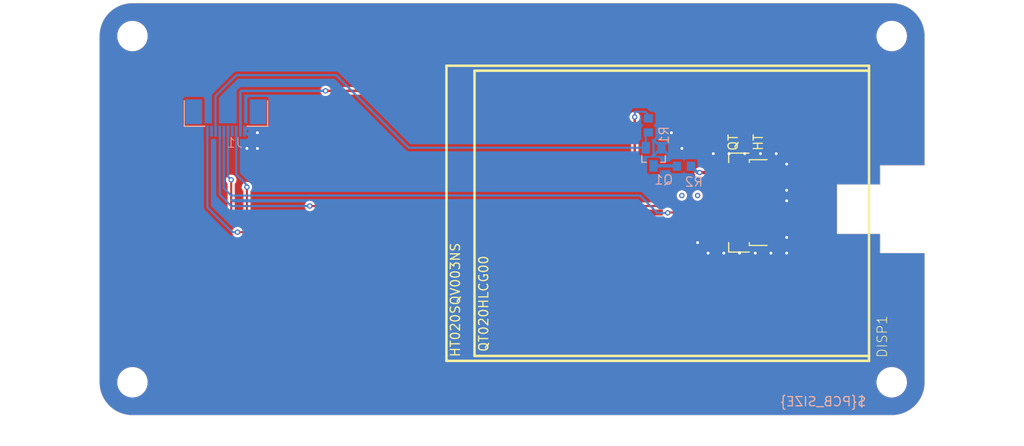
<source format=kicad_pcb>
(kicad_pcb (version 20221018) (generator pcbnew)
  (layers (0 "F.Cu" signal) (31 "B.Cu" signal) (34 "B.Paste" user) (35 "F.Paste" user) (36 "B.SilkS" user "B.Silkscreen") (37 "F.SilkS" user "F.Silkscreen") (38 "B.Mask" user) (39 "F.Mask" user) (44 "Edge.Cuts" user))
  (net 0 "")
  (net 1 "GND")
  (net 2 "LED-K")
  (net 3 "+3V3")
  (net 4 "DISPLAY_CS")
  (net 5 "DISPLAY_D/P")
  (net 6 "DISPLAY_PWM")
  (net 7 "DISPLAY_AUX1")
  (net 8 "DISPLAY_SPI_MOSI")
  (net 9 "DISPLAY_SPI_CLOCK")
  (net 10 "N$2")
  (net 11 "DISPLAY_SPI_MISO")
  (net 12 "DISPLAY_RESET")
  (net 13 "N$8")
  (net 14 "N$9")
  (footprint "" (layer "F.Cu") (at 102.5011 126.0036)
    (fp_text reference "@HOLE0" hide)
    (fp_text value "" (at 0 0) (layer "F.SilkS") (effects (font (size 1.27 1.27))))
    (pad "" np_thru_hole circle (at 0 0) (size 3.2 3.2) (drill 3.2) (layers "*.Cu" "*.Mask"))
  )
  (footprint "working:DP_LOGO" (layer "F.Cu") (at 135.1661 129.7686)
    (fp_text reference "PAGE1" hide)
    (fp_text value "FRAME_DINA4_L" hide)
  )
  (footprint "working:HT020SQV003NS_QT020HLCG00" (layer "F.Cu") (at 166.1491 105.5066 90)
    (fp_text reference "DISP1" (at -17.6 27.2 90) (layer "F.SilkS") (effects (font (size 1.176528 1.176528) (thickness 0.093472)) (justify left)))
    (fp_text value "DISP_TFT20_HT020SQV003NS_QT020HLCG00")
    (fp_text user "HT" (at 7.493 12.827 90) (layer "F.SilkS") (effects (font (size 1.1176 1.1176) (thickness 0.1524)) (justify left bottom)))
    (fp_text user "HT020SQV003NS" (at -17.526 -23.876 90) (layer "F.SilkS") (effects (font (size 1.1176 1.1176) (thickness 0.1524)) (justify left bottom)))
    (fp_text user "QT" (at 7.493 9.779 90) (layer "F.SilkS") (effects (font (size 1.1176 1.1176) (thickness 0.1524)) (justify left bottom)))
    (fp_text user "QT020HLCG00" (at -16.891 -20.447 90) (layer "F.SilkS") (effects (font (size 1.1176 1.1176) (thickness 0.1524)) (justify left bottom)))
    (fp_line (start -17.9 -25.6) (end 17.9 -25.6) (stroke (width 0.3048)) (layer "F.SilkS"))
    (fp_line (start -17.9 25.6) (end -17.9 -25.6) (stroke (width 0.3048)) (layer "F.SilkS"))
    (fp_line (start -17.3 -22.2) (end 17.3 -22.2) (stroke (width 0.3048)) (layer "F.SilkS"))
    (fp_line (start -17.3 25.6) (end -17.9 25.6) (stroke (width 0.3048)) (layer "F.SilkS"))
    (fp_line (start -17.3 25.6) (end -17.3 -22.2) (stroke (width 0.3048)) (layer "F.SilkS"))
    (fp_line (start -4.7 8.6) (end -3.552 8.6) (stroke (width 0.1524)) (layer "F.SilkS"))
    (fp_line (start -4.7 11.1) (end -4.7 8.6) (stroke (width 0.1524)) (layer "F.SilkS"))
    (fp_line (start -3.9 11.1) (end -3.552 11.1) (stroke (width 0.1524)) (layer "F.SilkS"))
    (fp_line (start -3.9 13.252) (end -3.9 11.1) (stroke (width 0.1524)) (layer "F.SilkS"))
    (fp_line (start 6.5 11.1) (end 6.152 11.1) (stroke (width 0.1524)) (layer "F.SilkS"))
    (fp_line (start 6.5 13.252) (end 6.5 11.1) (stroke (width 0.1524)) (layer "F.SilkS"))
    (fp_line (start 7.3 8.6) (end 6.152 8.6) (stroke (width 0.1524)) (layer "F.SilkS"))
    (fp_line (start 7.3 11.052) (end 7.3 8.6) (stroke (width 0.1524)) (layer "F.SilkS"))
    (fp_line (start 17.3 -22.2) (end 17.3 25.6) (stroke (width 0.3048)) (layer "F.SilkS"))
    (fp_line (start 17.3 25.6) (end -17.3 25.6) (stroke (width 0.3048)) (layer "F.SilkS"))
    (fp_line (start 17.9 -25.6) (end 17.9 25.6) (stroke (width 0.3048)) (layer "F.SilkS"))
    (fp_line (start 17.9 25.6) (end 17.3 25.6) (stroke (width 0.3048)) (layer "F.SilkS"))
    (pad "P1" smd rect (at 5.7 10.25 90) (size 0.6 7.7) (layers "F.Cu" "F.Paste" "F.Mask") (net 1 "GND"))
    (pad "P2" smd rect (at 4.9 10.25 90) (size 0.6 7.7) (layers "F.Cu" "F.Paste" "F.Mask") (net 2 "LED-K"))
    (pad "P3" smd rect (at 4.1 10.25 90) (size 0.6 7.7) (layers "F.Cu" "F.Paste" "F.Mask") (net 3 "+3V3"))
    (pad "P4" smd rect (at 3.3 10.25 90) (size 0.6 7.7) (layers "F.Cu" "F.Paste" "F.Mask") (net 3 "+3V3"))
    (pad "P5" smd rect (at 2.5 10.25 90) (size 0.6 7.7) (layers "F.Cu" "F.Paste" "F.Mask") (net 1 "GND"))
    (pad "P6" smd rect (at 1.7 10.25 90) (size 0.6 7.7) (layers "F.Cu" "F.Paste" "F.Mask") (net 1 "GND"))
    (pad "P7" smd rect (at 0.9 10.25 90) (size 0.6 7.7) (layers "F.Cu" "F.Paste" "F.Mask") (net 5 "DISPLAY_D/P"))
    (pad "P8" smd rect (at 0.1 10.25 90) (size 0.6 7.7) (layers "F.Cu" "F.Paste" "F.Mask") (net 4 "DISPLAY_CS"))
    (pad "P9" smd rect (at -0.7 10.25 90) (size 0.6 7.7) (layers "F.Cu" "F.Paste" "F.Mask") (net 9 "DISPLAY_SPI_CLOCK"))
    (pad "P10" smd rect (at -1.5 10.25 90) (size 0.6 7.7) (layers "F.Cu" "F.Paste" "F.Mask") (net 8 "DISPLAY_SPI_MOSI"))
    (pad "P11" smd rect (at -2.3 10.25 90) (size 0.6 7.7) (layers "F.Cu" "F.Paste" "F.Mask") (net 12 "DISPLAY_RESET"))
    (pad "P12" smd rect (at -3.1 10.25 90) (size 0.6 7.7) (layers "F.Cu" "F.Paste" "F.Mask") (net 1 "GND"))
  )
  (footprint "" (layer "F.Cu") (at 102.5011 84.0036)
    (fp_text reference "@HOLE3" hide)
    (fp_text value "" (at 0 0) (layer "F.SilkS") (effects (font (size 1.27 1.27))))
    (pad "" np_thru_hole circle (at 0 0) (size 3.2 3.2) (drill 3.2) (layers "*.Cu" "*.Mask"))
  )
  (footprint "" (layer "F.Cu") (at 194.5011 126.0036)
    (fp_text reference "@HOLE1" hide)
    (fp_text value "" (at 0 0) (layer "F.SilkS") (effects (font (size 1.27 1.27))))
    (pad "" np_thru_hole circle (at 0 0) (size 3.2 3.2) (drill 3.2) (layers "*.Cu" "*.Mask"))
  )
  (footprint "" (layer "F.Cu") (at 194.5011 84.0036)
    (fp_text reference "@HOLE2" hide)
    (fp_text value "" (at 0 0) (layer "F.SilkS") (effects (font (size 1.27 1.27))))
    (pad "" np_thru_hole circle (at 0 0) (size 3.2 3.2) (drill 3.2) (layers "*.Cu" "*.Mask"))
  )
  (footprint "working:R0603" (layer "B.Cu") (at 165.0111 94.8436 90)
    (fp_text reference "R1" (at 0 1.905 90) (layer "B.SilkS") (effects (font (size 1.129792 1.129792) (thickness 0.140208)) (justify left mirror)))
    (fp_text value "10K")
    (pad "1" smd rect (at -0.85 0 90) (size 1 1.1) (layers "B.Cu" "B.Paste" "B.Mask") (net 6 "DISPLAY_PWM"))
    (pad "2" smd rect (at 0.85 0 90) (size 1 1.1) (layers "B.Cu" "B.Paste" "B.Mask") (net 3 "+3V3"))
  )
  (footprint "working:X05B20L10T" (layer "B.Cu") (at 113.8301 93.1926)
    (fp_text reference "J1" (at 0 3.75) (layer "B.SilkS") (effects (font (size 1.176528 1.176528) (thickness 0.093472)) (justify right mirror)))
    (fp_text value "CON-FPC_X05B20L10T")
    (fp_line (start -5.0524 -1.3476) (end -5.0524 1.7524) (stroke (width 0.1524)) (layer "B.SilkS"))
    (fp_line (start -5.0524 1.7524) (end -2.5524 1.7524) (stroke (width 0.1524)) (layer "B.SilkS"))
    (fp_line (start 2.5524 1.7524) (end 5.0524 1.7524) (stroke (width 0.1524)) (layer "B.SilkS"))
    (fp_line (start 5.0524 1.7524) (end 5.0524 -1.3476) (stroke (width 0.1524)) (layer "B.SilkS"))
    (pad "1" smd rect (at 2.25 2.35) (size 0.3 1.3) (layers "B.Cu" "B.Paste" "B.Mask") (net 1 "GND"))
    (pad "2" smd rect (at 1.75 2.35) (size 0.3 1.3) (layers "B.Cu" "B.Paste" "B.Mask") (net 3 "+3V3"))
    (pad "3" smd rect (at 1.25 2.35) (size 0.3 1.3) (layers "B.Cu" "B.Paste" "B.Mask") (net 9 "DISPLAY_SPI_CLOCK"))
    (pad "4" smd rect (at 0.75 2.35) (size 0.3 1.3) (layers "B.Cu" "B.Paste" "B.Mask") (net 11 "DISPLAY_SPI_MISO"))
    (pad "5" smd rect (at 0.25 2.35) (size 0.3 1.3) (layers "B.Cu" "B.Paste" "B.Mask") (net 8 "DISPLAY_SPI_MOSI"))
    (pad "6" smd rect (at -0.25 2.35) (size 0.3 1.3) (layers "B.Cu" "B.Paste" "B.Mask") (net 4 "DISPLAY_CS"))
    (pad "7" smd rect (at -0.75 2.35) (size 0.3 1.3) (layers "B.Cu" "B.Paste" "B.Mask") (net 5 "DISPLAY_D/P"))
    (pad "8" smd rect (at -1.25 2.35) (size 0.3 1.3) (layers "B.Cu" "B.Paste" "B.Mask") (net 6 "DISPLAY_PWM"))
    (pad "9" smd rect (at -1.75 2.35) (size 0.3 1.3) (layers "B.Cu" "B.Paste" "B.Mask") (net 7 "DISPLAY_AUX1"))
    (pad "10" smd rect (at -2.25 2.35) (size 0.3 1.3) (layers "B.Cu" "B.Paste" "B.Mask") (net 12 "DISPLAY_RESET"))
    (pad "11" smd rect (at -3.9 0) (size 2 3) (layers "B.Cu" "B.Paste" "B.Mask"))
    (pad "12" smd rect (at 3.9 0) (size 2 3) (layers "B.Cu" "B.Paste" "B.Mask"))
  )
  (footprint "working:R0603" (layer "B.Cu") (at 169.3291 99.7966)
    (fp_text reference "R2" (at 0 1.905) (layer "B.SilkS") (effects (font (size 1.129792 1.129792) (thickness 0.140208)) (justify right mirror)))
    (fp_text value "10R")
    (pad "1" smd rect (at -0.85 0) (size 1 1.1) (layers "B.Cu" "B.Paste" "B.Mask") (net 10 "N$2"))
    (pad "2" smd rect (at 0.85 0) (size 1 1.1) (layers "B.Cu" "B.Paste" "B.Mask") (net 2 "LED-K"))
  )
  (footprint "working:SOT-23" (layer "B.Cu") (at 165.6461 98.6536)
    (fp_text reference "Q1" (at 0 2.794) (layer "B.SilkS") (effects (font (size 1.13284 1.13284) (thickness 0.13716)) (justify right mirror)))
    (fp_text value "MMBF170")
    (fp_line (start -1.4224 -0.1524) (end -1.4224 0.6604) (stroke (width 0.1524)) (layer "B.SilkS"))
    (fp_line (start -1.4224 0.6604) (end -0.8636 0.6604) (stroke (width 0.1524)) (layer "B.SilkS"))
    (fp_line (start 0.8636 0.6604) (end 1.4224 0.6604) (stroke (width 0.1524)) (layer "B.SilkS"))
    (fp_line (start 1.4224 0.6604) (end 1.4224 -0.1524) (stroke (width 0.1524)) (layer "B.SilkS"))
    (pad "1" smd rect (at -0.95 -1.1) (size 1 1.4) (layers "B.Cu" "B.Paste" "B.Mask") (net 6 "DISPLAY_PWM"))
    (pad "2" smd rect (at 0.95 -1.1) (size 1 1.4) (layers "B.Cu" "B.Paste" "B.Mask") (net 1 "GND"))
    (pad "3" smd rect (at 0 1.1) (size 1 1.4) (layers "B.Cu" "B.Paste" "B.Mask") (net 10 "N$2"))
  )
  (gr_line (start 198.4911 84.0086) (end 198.4911 99.6986) (stroke (width 0.05)) (layer "Edge.Cuts"))
  (gr_line (start 102.5011 130.0036) (end 194.5011 130.0036) (stroke (width 0.05)) (layer "Edge.Cuts"))
  (gr_line (start 193.1111 99.6986) (end 193.1111 102.0286) (stroke (width 0.05)) (layer "Edge.Cuts"))
  (gr_line (start 194.5011 80.0036) (end 102.5011 80.0036) (stroke (width 0.05)) (layer "Edge.Cuts"))
  (gr_arc (start 102.5011 130.0036) (mid 99.672673 128.832027) (end 98.5011 126.0036) (stroke (width 0.05)) (layer "Edge.Cuts"))
  (gr_line (start 193.1111 102.0286) (end 187.8811 102.0286) (stroke (width 0.05)) (layer "Edge.Cuts"))
  (gr_line (start 187.8811 107.9886) (end 193.1111 107.9886) (stroke (width 0.05)) (layer "Edge.Cuts"))
  (gr_line (start 198.4911 99.6986) (end 193.1111 99.6986) (stroke (width 0.05)) (layer "Edge.Cuts"))
  (gr_line (start 187.8811 102.0286) (end 187.8811 107.9886) (stroke (width 0.05)) (layer "Edge.Cuts"))
  (gr_line (start 98.5011 84.0036) (end 98.5011 126.0036) (stroke (width 0.05)) (layer "Edge.Cuts"))
  (gr_line (start 193.1111 110.3186) (end 198.4911 110.3186) (stroke (width 0.05)) (layer "Edge.Cuts"))
  (gr_arc (start 198.5011 126.0036) (mid 197.329527 128.832027) (end 194.5011 130.0036) (stroke (width 0.05)) (layer "Edge.Cuts"))
  (gr_arc (start 98.5011 84.0036) (mid 99.672673 81.175173) (end 102.5011 80.0036) (stroke (width 0.05)) (layer "Edge.Cuts"))
  (gr_arc (start 194.5011 80.0036) (mid 197.329527 81.175173) (end 198.5011 84.0036) (stroke (width 0.05)) (layer "Edge.Cuts"))
  (gr_line (start 193.1111 107.9886) (end 193.1111 110.3186) (stroke (width 0.05)) (layer "Edge.Cuts"))
  (gr_line (start 198.4911 110.3186) (end 198.4911 126.0086) (stroke (width 0.05)) (layer "Edge.Cuts"))
  (gr_text "${PCB_SIZE}" (at 191.5011 129.0036) (layer "B.SilkS") (effects (font (size 1.1176 1.1176) (thickness 0.1524)) (justify left bottom mirror)))
  (via (at 181.7751 108.4326) (size 0.6548) (drill 0.35) (layers "F.Cu" "B.Cu") (net 1))
  (via (at 174.7901 98.2726) (size 0.6548) (drill 0.35) (layers "F.Cu" "B.Cu") (net 1))
  (via (at 167.8051 95.7326) (size 0.6548) (drill 0.35) (layers "F.Cu" "B.Cu") (net 1))
  (via (at 181.7751 102.7176) (size 0.6548) (drill 0.35) (layers "F.Cu" "B.Cu") (net 1))
  (via (at 181.7751 99.5426) (size 0.6548) (drill 0.35) (layers "F.Cu" "B.Cu") (net 1))
  (via (at 177.9651 110.3376) (size 0.6548) (drill 0.35) (layers "F.Cu" "B.Cu") (net 1))
  (via (at 180.5051 98.2726) (size 0.6548) (drill 0.35) (layers "F.Cu" "B.Cu") (net 1))
  (via (at 169.0751 97.6376) (size 0.6548) (drill 0.35) (layers "F.Cu" "B.Cu") (net 1))
  (via (at 170.9801 109.0676) (size 0.6548) (drill 0.35) (layers "F.Cu" "B.Cu") (net 1))
  (via (at 176.6951 98.2726) (size 0.6548) (drill 0.35) (layers "F.Cu" "B.Cu") (net 1))
  (via (at 116.3701 97.6376) (size 0.6548) (drill 0.35) (layers "F.Cu" "B.Cu") (net 1))
  (via (at 174.1551 110.3376) (size 0.6548) (drill 0.35) (layers "F.Cu" "B.Cu") (net 1))
  (via (at 172.8851 98.2726) (size 0.6548) (drill 0.35) (layers "F.Cu" "B.Cu") (net 1))
  (via (at 181.7751 110.3376) (size 0.6548) (drill 0.35) (layers "F.Cu" "B.Cu") (net 1))
  (via (at 176.0601 110.3376) (size 0.6548) (drill 0.35) (layers "F.Cu" "B.Cu") (net 1))
  (via (at 178.6001 98.2726) (size 0.6548) (drill 0.35) (layers "F.Cu" "B.Cu") (net 1))
  (via (at 172.2501 110.3376) (size 0.6548) (drill 0.35) (layers "F.Cu" "B.Cu") (net 1))
  (via (at 179.8701 110.3376) (size 0.6548) (drill 0.35) (layers "F.Cu" "B.Cu") (net 1))
  (via (at 117.6401 95.7326) (size 0.6548) (drill 0.35) (layers "F.Cu" "B.Cu") (net 1))
  (via (at 117.6401 97.6376) (size 0.6548) (drill 0.35) (layers "F.Cu" "B.Cu") (net 1))
  (via (at 181.7751 103.9876) (size 0.6548) (drill 0.35) (layers "F.Cu" "B.Cu") (net 1))
  (segment (start 171.2341 100.5586) (end 176.3511 100.5586) (width 0.4064) (layer "F.Cu") (net 2))
  (segment (start 176.3511 100.5586) (end 176.3991 100.6066) (width 0.4064) (layer "F.Cu") (net 2))
  (via (at 171.2341 100.5586) (size 0.6548) (drill 0.35) (layers "F.Cu" "B.Cu") (net 2))
  (segment (start 170.9411 100.5586) (end 171.2341 100.5586) (width 0.4064) (layer "B.Cu") (net 2))
  (segment (start 170.1791 99.7966) (end 170.9411 100.5586) (width 0.4064) (layer "B.Cu") (net 2))
  (segment (start 169.8341 102.2066) (end 169.7101 102.0826) (width 0.3048) (layer "F.Cu") (net 3))
  (segment (start 176.3991 102.2066) (end 169.8341 102.2066) (width 0.3048) (layer "F.Cu") (net 3))
  (segment (start 176.3581 101.4476) (end 176.3991 101.4066) (width 0.254) (layer "F.Cu") (net 3))
  (segment (start 162.7251 95.0976) (end 163.3601 95.0976) (width 0.3048) (layer "F.Cu") (net 3))
  (segment (start 162.0901 92.5576) (end 162.0901 94.4626) (width 0.3048) (layer "F.Cu") (net 3))
  (segment (start 163.3601 95.0976) (end 163.3601 101.4476) (width 0.3048) (layer "F.Cu") (net 3))
  (segment (start 160.1851 90.6526) (end 162.0901 92.5576) (width 0.3048) (layer "F.Cu") (net 3))
  (segment (start 162.0901 94.4626) (end 162.7251 95.0976) (width 0.3048) (layer "F.Cu") (net 3))
  (segment (start 125.8951 90.6526) (end 160.1851 90.6526) (width 0.3048) (layer "F.Cu") (net 3))
  (segment (start 163.3601 93.8276) (end 163.3601 95.0976) (width 0.3048) (layer "F.Cu") (net 3))
  (segment (start 169.7101 101.4476) (end 176.3581 101.4476) (width 0.3048) (layer "F.Cu") (net 3))
  (segment (start 163.3601 101.4476) (end 169.7101 101.4476) (width 0.3048) (layer "F.Cu") (net 3))
  (segment (start 169.7101 102.0826) (end 169.7101 101.4476) (width 0.3048) (layer "F.Cu") (net 3))
  (via (at 125.8951 90.6526) (size 0.6548) (drill 0.35) (layers "F.Cu" "B.Cu") (net 3))
  (via (at 163.3601 93.8276) (size 0.6548) (drill 0.35) (layers "F.Cu" "B.Cu") (net 3))
  (segment (start 165.0111 93.5736) (end 164.6301 93.1926) (width 0.254) (layer "B.Cu") (net 3))
  (segment (start 115.5801 95.5426) (end 115.5801 90.8076) (width 0.3048) (layer "B.Cu") (net 3))
  (segment (start 115.7351 90.6526) (end 125.8951 90.6526) (width 0.3048) (layer "B.Cu") (net 3))
  (segment (start 165.0111 93.9936) (end 165.0111 93.5736) (width 0.254) (layer "B.Cu") (net 3))
  (segment (start 163.3601 93.1926) (end 163.3601 93.8276) (width 0.254) (layer "B.Cu") (net 3))
  (segment (start 164.6301 93.1926) (end 163.3601 93.1926) (width 0.254) (layer "B.Cu") (net 3))
  (segment (start 115.5801 90.8076) (end 115.7351 90.6526) (width 0.3048) (layer "B.Cu") (net 3))
  (segment (start 176.3991 105.4066) (end 167.4461 105.4066) (width 0.254) (layer "F.Cu") (net 4))
  (segment (start 167.4241 105.3846) (end 167.3606 105.4481) (width 0.254) (layer "F.Cu") (net 4))
  (segment (start 167.4461 105.4066) (end 167.4241 105.3846) (width 0.254) (layer "F.Cu") (net 4))
  (via (at 167.3606 105.4481) (size 0.6548) (drill 0.35) (layers "F.Cu" "B.Cu") (net 4))
  (segment (start 163.9951 103.3526) (end 164.6301 103.9876) (width 0.254) (layer "B.Cu") (net 4))
  (segment (start 166.0906 105.4481) (end 164.6301 103.9876) (width 0.254) (layer "B.Cu") (net 4))
  (segment (start 113.5801 102.4676) (end 114.4651 103.3526) (width 0.254) (layer "B.Cu") (net 4))
  (segment (start 113.5801 95.5426) (end 113.5801 102.4676) (width 0.254) (layer "B.Cu") (net 4))
  (segment (start 114.4651 103.3526) (end 163.9951 103.3526) (width 0.254) (layer "B.Cu") (net 4))
  (segment (start 167.3606 105.4481) (end 166.0906 105.4481) (width 0.254) (layer "B.Cu") (net 4))
  (segment (start 176.3831 104.6226) (end 176.3991 104.6066) (width 0.254) (layer "F.Cu") (net 5))
  (segment (start 123.9901 104.6226) (end 176.3831 104.6226) (width 0.254) (layer "F.Cu") (net 5))
  (via (at 123.9901 104.6226) (size 0.6548) (drill 0.35) (layers "F.Cu" "B.Cu") (net 5))
  (segment (start 113.0801 95.5426) (end 113.0801 103.2376) (width 0.254) (layer "B.Cu") (net 5))
  (segment (start 113.0801 103.2376) (end 114.4651 104.6226) (width 0.254) (layer "B.Cu") (net 5))
  (segment (start 114.4651 104.6226) (end 123.9901 104.6226) (width 0.254) (layer "B.Cu") (net 5))
  (segment (start 165.0111 95.6936) (end 164.6961 96.0086) (width 0.254) (layer "B.Cu") (net 6))
  (segment (start 164.6961 97.5536) (end 135.9711 97.5536) (width 0.254) (layer "B.Cu") (net 6))
  (segment (start 112.5601 91.2876) (end 112.5601 95.5226) (width 0.254) (layer "B.Cu") (net 6))
  (segment (start 115.1001 88.7476) (end 112.5601 91.2876) (width 0.254) (layer "B.Cu") (net 6))
  (segment (start 127.1651 88.7476) (end 115.1001 88.7476) (width 0.254) (layer "B.Cu") (net 6))
  (segment (start 112.5601 95.5226) (end 112.5801 95.5426) (width 0.254) (layer "B.Cu") (net 6))
  (segment (start 164.6961 96.0086) (end 164.6961 97.5536) (width 0.254) (layer "B.Cu") (net 6))
  (segment (start 135.9711 97.5536) (end 127.1651 88.7476) (width 0.254) (layer "B.Cu") (net 6))
  (segment (start 176.3991 107.0066) (end 115.5791 107.0066) (width 0.254) (layer "F.Cu") (net 8))
  (segment (start 114.4651 105.8926) (end 114.4651 101.4476) (width 0.254) (layer "F.Cu") (net 8))
  (segment (start 115.5791 107.0066) (end 114.4651 105.8926) (width 0.254) (layer "F.Cu") (net 8))
  (via (at 114.4651 101.4476) (size 0.6548) (drill 0.35) (layers "F.Cu" "B.Cu") (net 8))
  (segment (start 114.0801 101.0626) (end 114.0801 95.5426) (width 0.254) (layer "B.Cu") (net 8))
  (segment (start 114.4651 101.4476) (end 114.0801 101.0626) (width 0.254) (layer "B.Cu") (net 8))
  (segment (start 116.3701 105.8926) (end 116.3701 102.3366) (width 0.254) (layer "F.Cu") (net 9))
  (segment (start 116.6841 106.2066) (end 116.3701 105.8926) (width 0.254) (layer "F.Cu") (net 9))
  (segment (start 176.3991 106.2066) (end 116.6841 106.2066) (width 0.254) (layer "F.Cu") (net 9))
  (via (at 116.3701 102.3366) (size 0.6548) (drill 0.35) (layers "F.Cu" "B.Cu") (net 9))
  (segment (start 116.3701 102.0826) (end 116.3701 102.3366) (width 0.254) (layer "B.Cu") (net 9))
  (segment (start 115.0801 95.5426) (end 115.0801 100.7926) (width 0.254) (layer "B.Cu") (net 9))
  (segment (start 115.0801 100.7926) (end 116.3701 102.0826) (width 0.254) (layer "B.Cu") (net 9))
  (segment (start 168.0961 99.7536) (end 168.3091 99.9666) (width 0.4064) (layer "B.Cu") (net 10))
  (segment (start 168.3091 99.9666) (end 168.4791 99.7966) (width 0.4064) (layer "B.Cu") (net 10))
  (segment (start 165.6461 99.7536) (end 168.0961 99.7536) (width 0.4064) (layer "B.Cu") (net 10))
  (segment (start 115.2271 107.7976) (end 176.3901 107.7976) (width 0.254) (layer "F.Cu") (net 12))
  (segment (start 176.3901 107.7976) (end 176.3991 107.8066) (width 0.254) (layer "F.Cu") (net 12))
  (via (at 115.2271 107.7976) (size 0.6548) (drill 0.35) (layers "F.Cu" "B.Cu") (net 12))
  (segment (start 111.5801 104.7856) (end 114.5921 107.7976) (width 0.254) (layer "B.Cu") (net 12))
  (segment (start 111.5801 95.5426) (end 111.5801 104.7856) (width 0.254) (layer "B.Cu") (net 12))
  (segment (start 114.5921 107.7976) (end 115.2271 107.7976) (width 0.254) (layer "B.Cu") (net 12))
  (via (at 170.9801 103.3526) (size 0.6548) (drill 0.35) (layers "F.Cu" "B.Cu") (net 13))
  (via (at 169.0751 103.3526) (size 0.6548) (drill 0.35) (layers "F.Cu" "B.Cu") (net 14))
  (zone (net 1) (net_name "GND") (layer "F.Cu") (connect_pads (clearance 0.3048)) (min_thickness 0.127) (fill yes (thermal_gap 0.304) (thermal_bridge_width 0.304))
    (polygon (pts (xy 198.6181 130.3856) (xy 98.0541 130.3856) (xy 98.0541 79.6316) (xy 198.6181 79.6316)))
  )
  (zone (net 1) (net_name "GND") (layer "B.Cu") (connect_pads (clearance 0.3048)) (min_thickness 0.127) (fill yes (thermal_gap 0.304) (thermal_bridge_width 0.304))
    (polygon (pts (xy 198.6181 130.3856) (xy 98.0541 130.3856) (xy 98.0541 79.6316) (xy 198.6181 79.6316)))
  )
)
</source>
